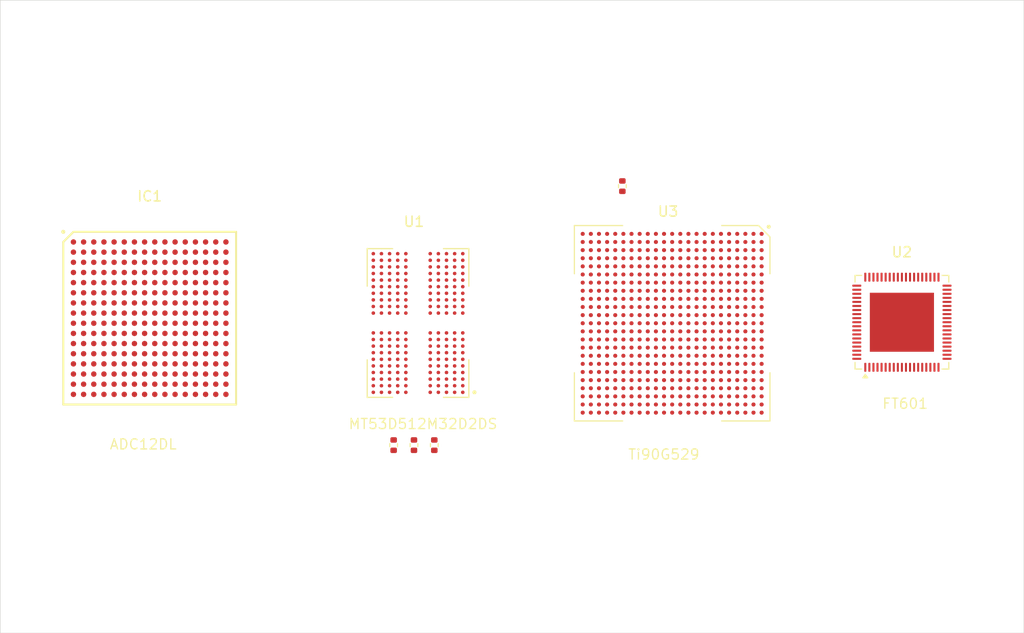
<source format=kicad_pcb>
(kicad_pcb (version 20241229) (generator "pcbnew") (generator_version "9.0")
  (layers (0 "F.Cu" signal) (4 "In1.Cu" signal) (6 "In2.Cu" signal) (8 "In3.Cu" signal) (10 "In4.Cu" signal) (12 "In5.Cu" signal) (14 "In6.Cu" signal) (16 "In7.Cu" signal) (18 "In8.Cu" signal) (2 "B.Cu" signal) (13 "F.Paste" user) (15 "B.Paste" user) (5 "F.SilkS" user "F.Silkscreen") (7 "B.SilkS" user "B.Silkscreen") (1 "F.Mask" user) (3 "B.Mask" user) (25 "Edge.Cuts" user))
  (net 0 "")
  (net 2 "/fpga_adc/VLVDS")
  (net 3 "/fpga_adc/VA19")
  (net 4 "/fpga_adc/VA11")
  (net 5 "/fpga_adc/VD11")
  (net 6 "/fpga_ddr/VDD1")
  (net 7 "/fpga_ddr/VDD2")
  (net 8 "/fpga_ddr/VDDQ")
  (net 68 "Net-(U2A-DATA_13)")
  (net 69 "Net-(U2A-DATA_21)")
  (net 70 "Net-(U2A-~{RD})")
  (net 71 "Net-(U2A-~{WR})")
  (net 72 "Net-(U2A-GPIO1)")
  (net 73 "Net-(U2A-DATA_5)")
  (net 74 "Net-(U2A-DATA_19)")
  (net 75 "Net-(U2A-CLK)")
  (net 76 "Net-(U2A-~{WAKEUP})")
  (net 77 "Net-(U2A-BE_2)")
  (net 78 "Net-(U2A-GPIO0)")
  (net 79 "Net-(U2A-DATA_0)")
  (net 80 "Net-(U2A-DATA_29)")
  (net 81 "Net-(U2A-~{OE})")
  (net 82 "Net-(U2A-DATA_22)")
  (net 83 "Net-(U2A-BE_3)")
  (net 84 "Net-(U2A-DATA_25)")
  (net 85 "Net-(U2A-DATA_24)")
  (net 86 "Net-(U2A-DATA_10)")
  (net 87 "Net-(U2A-DATA_15)")
  (net 88 "Net-(U2A-DATA_20)")
  (net 89 "Net-(U2A-DATA_8)")
  (net 90 "Net-(U2A-DATA_31)")
  (net 91 "Net-(U2A-~{RESET})")
  (net 92 "Net-(U2A-DATA_16)")
  (net 93 "Net-(U2A-DATA_6)")
  (net 94 "Net-(U2A-DATA_4)")
  (net 95 "Net-(U2A-DATA_23)")
  (net 96 "Net-(U2A-DATA_2)")
  (net 97 "Net-(U2A-DATA_18)")
  (net 98 "Net-(U2A-~{TXE})")
  (net 99 "Net-(U2A-DATA_9)")
  (net 100 "Net-(U2A-DATA_28)")
  (net 101 "Net-(U2A-DATA_14)")
  (net 102 "Net-(U2A-DATA_11)")
  (net 103 "Net-(U2A-BE_0)")
  (net 104 "Net-(U2A-DATA_1)")
  (net 105 "Net-(U2A-DATA_17)")
  (net 106 "Net-(U2A-~{RXF})")
  (net 107 "Net-(U2A-DATA_30)")
  (net 108 "Net-(U2A-BE_1)")
  (net 109 "Net-(U2A-DATA_26)")
  (net 110 "Net-(U2A-DATA_12)")
  (net 111 "Net-(U2A-~{SIWU})")
  (net 112 "Net-(U2A-DATA_7)")
  (net 113 "Net-(U2A-DATA_3)")
  (net 114 "Net-(U2A-DATA_27)")
  (net 335 "Net-(U1A-DQ0_B)")
  (net 336 "Net-(U1A-DQ13_B)")
  (net 337 "Net-(U1A-DQ1_A)")
  (net 338 "Net-(U1A-DQ0_A)")
  (net 339 "Net-(U1A-DQ10_B)")
  (net 340 "Net-(U1A-DQ1_B)")
  (net 341 "Net-(U1A-DQ5_B)")
  (net 342 "Net-(U1A-DQ6_B)")
  (net 343 "Net-(U1A-DQ15_A)")
  (net 344 "Net-(U1A-DQ12_A)")
  (net 345 "Net-(U1A-DQ9_A)")
  (net 346 "Net-(U1A-DQ14_A)")
  (net 347 "Net-(U1A-DQ2_A)")
  (net 348 "Net-(U1A-DQ11_B)")
  (net 349 "Net-(U1A-DQ7_A)")
  (net 350 "Net-(U1A-DQS0_c_A)")
  (net 351 "Net-(U1A-DQ6_A)")
  (net 352 "Net-(U1A-DMI0_B)")
  (net 353 "Net-(U1A-DQ8_A)")
  (net 354 "Net-(U1A-DQS1_t_B)")
  (net 355 "Net-(U1A-DQ3_A)")
  (net 356 "Net-(U1A-DQS0_t_B)")
  (net 357 "Net-(U1A-DMI0_A)")
  (net 358 "Net-(U1A-DQ11_A)")
  (net 359 "Net-(U1A-DQ3_B)")
  (net 360 "Net-(U1A-DQ15_B)")
  (net 361 "Net-(U1A-DMI1_B)")
  (net 362 "Net-(U1A-DQS1_c_B)")
  (net 363 "Net-(U1A-DQ4_B)")
  (net 364 "Net-(U1A-DQ7_B)")
  (net 365 "Net-(U1A-DQ10_A)")
  (net 366 "Net-(U1A-DQ4_A)")
  (net 367 "Net-(U1B-CS0_A)")
  (net 368 "Net-(U1A-DQ14_B)")
  (net 369 "Net-(U1A-DQ8_B)")
  (net 370 "Net-(U1A-DQS0_c_B)")
  (net 371 "Net-(U1A-DQ13_A)")
  (net 372 "Net-(U1A-DQ2_B)")
  (net 373 "Net-(U1A-DMI1_A)")
  (net 374 "Net-(U1A-DQ9_B)")
  (net 375 "Net-(U1A-DQS0_t_A)")
  (net 376 "Net-(U1A-DQS1_c_A)")
  (net 377 "Net-(U1A-DQ12_B)")
  (net 378 "Net-(U1A-DQ5_A)")
  (net 379 "Net-(U1A-DQS1_t_A)")
  (net 380 "GND")
  (net 381 "Net-(U3E-DDR_CAL)")
  (net 383 "Net-(U1B-ZQ0)")
  (net 384 "/fpga_ddr/1V1")
  (net 385 "Net-(U1B-ODT_CA_A)")
  (net 386 "Net-(U1B-ODT_CA_B)")
  (net 387 "Net-(U1B-CA5_A)")
  (net 388 "Net-(U1B-CKE0_A)")
  (net 389 "Net-(U1B-RESET_n)")
  (net 390 "Net-(U1B-CA4_A)")
  (net 391 "Net-(U1B-CA0_A)")
  (net 392 "Net-(U1B-CA1_A)")
  (net 393 "Net-(U1B-CA3_A)")
  (net 394 "Net-(U1B-CA2_A)")
  (net 395 "Net-(U1B-CS0_B)")
  (net 396 "Net-(U1B-CK_t_A)")
  (net 397 "Net-(U1B-CK_c_A)")
  (net 409 "/fpga_adc/lvds_rx1_1_P")
  (net 410 "/fpga_adc/lvds_rx1_1_N")
  (net 411 "/fpga_adc/lvds_rx3_1_P")
  (net 412 "/fpga_adc/lvds_rx3_1_N")
  (net 419 "/fpga_adc/lvds_rx4_9_N")
  (net 420 "/fpga_adc/lvds_rx1_3_N")
  (net 421 "/fpga_adc/lvds_rx1_7_P")
  (net 422 "/fpga_adc/lvds_rx4_2_N")
  (net 423 "/fpga_adc/lvds_rx4_8_N")
  (net 424 "/fpga_adc/lvds_rx1_9_N")
  (net 425 "/fpga_adc/lvds_rx2_7_N")
  (net 426 "/fpga_adc/lvds_rx2_2_P")
  (net 427 "/fpga_adc/lvds_rx1_6_N")
  (net 428 "/fpga_adc/lvds_rx2_8_N")
  (net 429 "/fpga_adc/lvds_rx2_1_N")
  (net 430 "/fpga_adc/lvds_rx1_5_N")
  (net 431 "/fpga_adc/lvds_rx1_10_P")
  (net 432 "/fpga_adc/lvds_rx2_5_P")
  (net 433 "/fpga_adc/lvds_rx3_2_P")
  (net 434 "/fpga_adc/lvds_rx1_10_N")
  (net 435 "/fpga_adc/lvds_rx2_3_N")
  (net 436 "/fpga_adc/lvds_rx4_4_N")
  (net 437 "/fpga_adc/lvds_rx1_5_P")
  (net 438 "/fpga_adc/lvds_rx4_13_N")
  (net 439 "/fpga_adc/lvds_rx1_7_N")
  (net 440 "/fpga_adc/lvds_rx3_10_P")
  (net 441 "/fpga_adc/lvds_rx3_11_N")
  (net 442 "/fpga_adc/lvds_rx4_10_P")
  (net 443 "/fpga_adc/lvds_rx1_9_P")
  (net 444 "/fpga_adc/lvds_rx3_6_N")
  (net 445 "/fpga_adc/lvds_rx1_13_P")
  (net 446 "/fpga_adc/lvds_rx2_12_P")
  (net 447 "/fpga_adc/lvds_rx3_11_P")
  (net 448 "/fpga_adc/lvds_rx4_6_P")
  (net 449 "/fpga_adc/lvds_rx3_5_P")
  (net 450 "/fpga_adc/lvds_rx1_2_P")
  (net 451 "/fpga_adc/lvds_rx4_13_P")
  (net 452 "/fpga_adc/lvds_rx2_12_N")
  (net 453 "/fpga_adc/lvds_rx2_11_P")
  (net 454 "/fpga_adc/lvds_rx1_12_P")
  (net 455 "/fpga_adc/lvds_rx2_10_N")
  (net 456 "/fpga_adc/lvds_rx_top_clkin2_P")
  (net 457 "/fpga_adc/lvds_rx3_3_N")
  (net 458 "/fpga_adc/lvds_rx4_6_N")
  (net 459 "/fpga_adc/lvds_rx4_8_P")
  (net 460 "/fpga_adc/lvds_rx3_9_P")
  (net 461 "/fpga_adc/lvds_rx3_8_N")
  (net 462 "/fpga_adc/lvds_rx1_2_N")
  (net 463 "/fpga_adc/lvds_rx4_7_N")
  (net 464 "/fpga_adc/lvds_rx_top_clkin1_P")
  (net 465 "/fpga_adc/lvds_rx1_8_P")
  (net 466 "/fpga_adc/lvds_rx2_9_N")
  (net 467 "/fpga_adc/lvds_rx2_1_P")
  (net 468 "/fpga_adc/lvds_rx3_10_N")
  (net 469 "/fpga_adc/lvds_rx1_13_N")
  (net 470 "/fpga_adc/lvds_rx3_5_N")
  (net 471 "/fpga_adc/lvds_rx2_7_P")
  (net 472 "/fpga_adc/lvds_rx4_10_N")
  (net 473 "/fpga_adc/lvds_rx2_4_P")
  (net 474 "/fpga_adc/lvds_rx3_3_P")
  (net 475 "/fpga_adc/lvds_rx3_7_N")
  (net 476 "/fpga_adc/lvds_rx4_2_P")
  (net 477 "/fpga_adc/lvds_rx2_2_N")
  (net 478 "/fpga_adc/lvds_rx2_10_P")
  (net 479 "/fpga_adc/lvds_rx4_9_P")
  (net 480 "/fpga_adc/lvds_rx4_4_P")
  (net 481 "/fpga_adc/lvds_rx4_11_P")
  (net 482 "/fpga_adc/lvds_rx1_12_N")
  (net 483 "/fpga_adc/lvds_rx1_11_N")
  (net 484 "/fpga_adc/lvds_rx3_12_P")
  (net 485 "/fpga_adc/lvds_rx1_11_P")
  (net 486 "/fpga_adc/lvds_rx4_11_N")
  (net 487 "/fpga_adc/lvds_rx_top_clkin4_N")
  (net 488 "/fpga_adc/lvds_rx4_3_N")
  (net 489 "/fpga_adc/lvds_rx2_9_P")
  (net 490 "/fpga_adc/lvds_rx3_4_N")
  (net 491 "/fpga_adc/lvds_rx_top_clkin3_P")
  (net 492 "/fpga_adc/lvds_rx1_8_N")
  (net 493 "/fpga_adc/lvds_rx3_2_N")
  (net 494 "/fpga_adc/lvds_rx_top_clkin1_N")
  (net 495 "/fpga_adc/lvds_rx2_3_P")
  (net 496 "/fpga_adc/lvds_rx1_4_P")
  (net 497 "/fpga_adc/lvds_rx2_8_P")
  (net 498 "/fpga_adc/lvds_rx1_4_N")
  (net 499 "/fpga_adc/lvds_rx2_5_N")
  (net 500 "/fpga_adc/lvds_rx4_5_P")
  (net 501 "/fpga_adc/lvds_rx_top_clkin2_N")
  (net 502 "/fpga_adc/lvds_rx2_6_N")
  (net 503 "/fpga_adc/lvds_rx3_13_N")
  (net 504 "/fpga_adc/lvds_rx3_13_P")
  (net 505 "/fpga_adc/lvds_rx4_7_P")
  (net 506 "/fpga_adc/lvds_rx4_3_P")
  (net 507 "/fpga_adc/lvds_rx4_1_P")
  (net 508 "/fpga_adc/lvds_rx_top_clkin3_N")
  (net 509 "/fpga_adc/lvds_rx_top_clkin4_P")
  (net 510 "/fpga_adc/lvds_rx3_6_P")
  (net 511 "/fpga_adc/lvds_rx2_13_P")
  (net 512 "/fpga_adc/lvds_rx4_12_N")
  (net 513 "/fpga_adc/lvds_rx3_9_N")
  (net 514 "/fpga_adc/lvds_rx3_8_P")
  (net 515 "/fpga_adc/lvds_rx2_11_N")
  (net 516 "/fpga_adc/lvds_rx4_5_N")
  (net 517 "/fpga_adc/lvds_rx3_4_P")
  (net 518 "/fpga_adc/lvds_rx4_12_P")
  (net 519 "/fpga_adc/lvds_rx1_3_P")
  (net 520 "/fpga_adc/lvds_rx1_6_P")
  (net 521 "/fpga_adc/lvds_rx3_12_N")
  (net 522 "/fpga_adc/lvds_rx2_13_N")
  (net 523 "/fpga_adc/lvds_rx3_7_P")
  (net 524 "/fpga_adc/lvds_rx2_6_P")
  (net 525 "/fpga_adc/lvds_rx4_1_N")
  (net 526 "/fpga_adc/lvds_rx2_4_N")
  (footprint "ADC12DL:BGA256C100P16X16_1700X1700X331" (layer "F.Cu") (at 144 102.5)
    (property "Reference" "IC1")
    (property "Value" "ADC12DL500ACF_Aligned" (hide yes))
  )
  (footprint "G529:BGA-529_23x23_19.0x19.0mm" (layer "F.Cu") (at 195.4 103 -90)
    (property "Reference" "U3")
    (property "Value" "Ti90G529_Functions" (hide yes))
  )
  (footprint "MT53D512M32D2DS-053 WT_D:IC_MT53D512M16D1DS-046_WT_D" (layer "F.Cu") (at 170.4 102.975 180)
    (property "Reference" "U1")
    (property "Value" "MT53D512M16D1DS_Aligned" (hide yes))
  )
  (footprint "Resistor_SMD:R_0402_1005Metric" (layer "F.Cu") (at 170 115 -90)
    (property "Reference" "R3" (hide yes))
    (property "Value" "240" (hide yes))
  )
  (footprint "Resistor_SMD:R_0402_1005Metric" (layer "F.Cu") (at 190.5 89.5 90)
    (property "Reference" "R1" (hide yes))
    (property "Value" "240" (hide yes))
  )
  (footprint "Package_DFN_QFN:QFN-76-1EP_9x9mm_P0.4mm_EP5.81x6.31mm" (layer "F.Cu") (at 218 102.9 90)
    (property "Reference" "U2")
    (property "Value" "FT601Q_Aligned" (hide yes))
  )
  (footprint "Resistor_SMD:R_0402_1005Metric" (layer "F.Cu") (at 168 115 -90)
    (property "Reference" "R4" (hide yes))
    (property "Value" "240" (hide yes))
  )
  (footprint "Resistor_SMD:R_0402_1005Metric" (layer "F.Cu") (at 172 115 -90)
    (property "Reference" "R2" (hide yes))
    (property "Value" "240" (hide yes))
  )
  (gr_rect (start 129.3 71.2) (end 230 133.5) (stroke (width 0.05)) (fill no) (layer "Edge.Cuts"))
  (gr_text "MT53D512M32D2DS" (at 163.5 113.5 0) (layer "F.SilkS") (effects (font (size 1 1) (thickness 0.125)) (justify left bottom)))
  (gr_text "FT601" (at 216 111.5 0) (layer "F.SilkS") (effects (font (size 1 1) (thickness 0.125)) (justify left bottom)))
  (gr_text "ADC12DL" (at 140 115.5 0) (layer "F.SilkS") (effects (font (size 1 1) (thickness 0.125)) (justify left bottom)))
  (gr_text "Ti90G529" (at 191 116.5 0) (layer "F.SilkS") (effects (font (size 1 1) (thickness 0.125)) (justify left bottom)))
)
</source>
